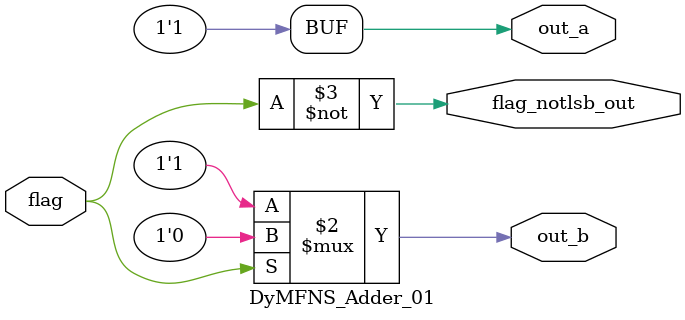
<source format=v>
`timescale 1ns / 1ps


module DyMFNS_Adder_01(
    input wire flag, 
    output wire flag_notlsb_out,
    output wire out_a,
    output wire out_b
    );
    
    assign out_a = 1'b1;
    assign out_b = (flag == 1'b0) ? (1'b1) : (1'b0);
    assign flag_notlsb_out = (~flag);
    
endmodule

</source>
